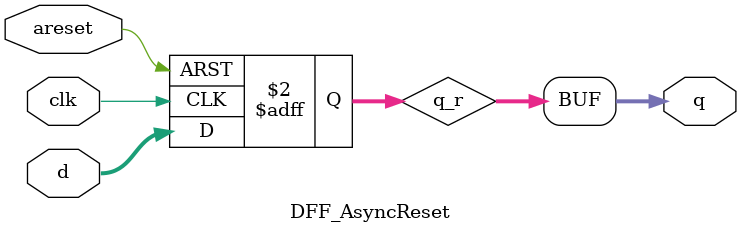
<source format=v>
module DFF_AsyncReset (
    input clk,
    input areset,   // active high asynchronous reset
    input [7:0] d,
    output [7:0] q
);
    reg [7:0] q_r;
    assign q = q_r;

    always @(posedge clk or posedge areset) begin
        if (areset) q_r <= 0;
        else q_r <= d;
    end
endmodule
</source>
